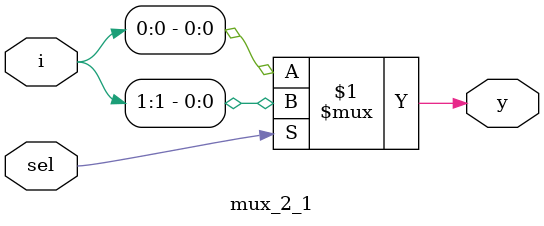
<source format=v>
module mux_2_1(y,i,sel);
   input[1:0] i;
   input sel;
   output y;
   assign y=sel ? i[1]:i[0] ;
endmodule
</source>
